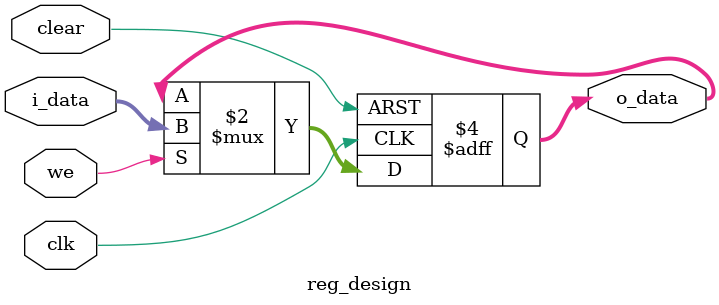
<source format=v>
`timescale 1ns / 1ps

module reg_design #(parameter WIDTH = 32)(
    input clk,we,clear,
    input [WIDTH-1:0]i_data,
    output reg[WIDTH-1:0]o_data
);
    always @(posedge clk or posedge clear) begin
        if (clear) begin
            o_data<=0;
        end else if (we) begin
            o_data<=i_data;
        end
    end
endmodule

</source>
